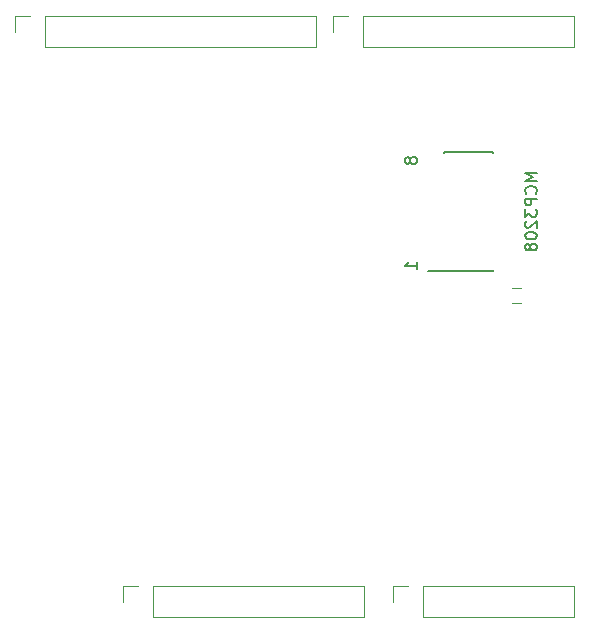
<source format=gbr>
%TF.GenerationSoftware,KiCad,Pcbnew,(5.1.6-0-10_14)*%
%TF.CreationDate,2022-12-08T17:46:00+09:00*%
%TF.ProjectId,MuxReadoutBoard,4d757852-6561-4646-9f75-74426f617264,rev?*%
%TF.SameCoordinates,Original*%
%TF.FileFunction,Legend,Bot*%
%TF.FilePolarity,Positive*%
%FSLAX46Y46*%
G04 Gerber Fmt 4.6, Leading zero omitted, Abs format (unit mm)*
G04 Created by KiCad (PCBNEW (5.1.6-0-10_14)) date 2022-12-08 17:46:00*
%MOMM*%
%LPD*%
G01*
G04 APERTURE LIST*
%ADD10C,0.150000*%
%ADD11C,0.120000*%
G04 APERTURE END LIST*
D10*
X152534952Y-112426761D02*
X152487333Y-112331523D01*
X152439714Y-112283904D01*
X152344476Y-112236285D01*
X152296857Y-112236285D01*
X152201619Y-112283904D01*
X152154000Y-112331523D01*
X152106380Y-112426761D01*
X152106380Y-112617238D01*
X152154000Y-112712476D01*
X152201619Y-112760095D01*
X152296857Y-112807714D01*
X152344476Y-112807714D01*
X152439714Y-112760095D01*
X152487333Y-112712476D01*
X152534952Y-112617238D01*
X152534952Y-112426761D01*
X152582571Y-112331523D01*
X152630190Y-112283904D01*
X152725428Y-112236285D01*
X152915904Y-112236285D01*
X153011142Y-112283904D01*
X153058761Y-112331523D01*
X153106380Y-112426761D01*
X153106380Y-112617238D01*
X153058761Y-112712476D01*
X153011142Y-112760095D01*
X152915904Y-112807714D01*
X152725428Y-112807714D01*
X152630190Y-112760095D01*
X152582571Y-112712476D01*
X152534952Y-112617238D01*
X153106380Y-121697714D02*
X153106380Y-121126285D01*
X153106380Y-121412000D02*
X152106380Y-121412000D01*
X152249238Y-121316761D01*
X152344476Y-121221523D01*
X152392095Y-121126285D01*
D11*
%TO.C,C1*%
X161894000Y-123352000D02*
X161194000Y-123352000D01*
X161194000Y-124552000D02*
X161894000Y-124552000D01*
%TO.C,J5*%
X148650000Y-148530000D02*
X148650000Y-151190000D01*
X130810000Y-148530000D02*
X148650000Y-148530000D01*
X130810000Y-151190000D02*
X148650000Y-151190000D01*
X130810000Y-148530000D02*
X130810000Y-151190000D01*
X129540000Y-148530000D02*
X128210000Y-148530000D01*
X128210000Y-148530000D02*
X128210000Y-149860000D01*
D10*
%TO.C,U1*%
X155405000Y-121915000D02*
X155405000Y-121890000D01*
X159555000Y-121915000D02*
X159555000Y-121810000D01*
X159555000Y-111765000D02*
X159555000Y-111870000D01*
X155405000Y-111765000D02*
X155405000Y-111870000D01*
X155405000Y-121915000D02*
X159555000Y-121915000D01*
X155405000Y-111765000D02*
X159555000Y-111765000D01*
X155405000Y-121890000D02*
X154030000Y-121890000D01*
D11*
%TO.C,J3*%
X119066000Y-100270000D02*
X119066000Y-101600000D01*
X120396000Y-100270000D02*
X119066000Y-100270000D01*
X121666000Y-100270000D02*
X121666000Y-102930000D01*
X121666000Y-102930000D02*
X144586000Y-102930000D01*
X121666000Y-100270000D02*
X144586000Y-100270000D01*
X144586000Y-100270000D02*
X144586000Y-102930000D01*
%TO.C,J4*%
X145990000Y-100270000D02*
X145990000Y-101600000D01*
X147320000Y-100270000D02*
X145990000Y-100270000D01*
X148590000Y-100270000D02*
X148590000Y-102930000D01*
X148590000Y-102930000D02*
X166430000Y-102930000D01*
X148590000Y-100270000D02*
X166430000Y-100270000D01*
X166430000Y-100270000D02*
X166430000Y-102930000D01*
%TO.C,J6*%
X151070000Y-148530000D02*
X151070000Y-149860000D01*
X152400000Y-148530000D02*
X151070000Y-148530000D01*
X153670000Y-148530000D02*
X153670000Y-151190000D01*
X153670000Y-151190000D02*
X166430000Y-151190000D01*
X153670000Y-148530000D02*
X166430000Y-148530000D01*
X166430000Y-148530000D02*
X166430000Y-151190000D01*
%TO.C,U1*%
D10*
X163266380Y-113601904D02*
X162266380Y-113601904D01*
X162980666Y-113935238D01*
X162266380Y-114268571D01*
X163266380Y-114268571D01*
X163171142Y-115316190D02*
X163218761Y-115268571D01*
X163266380Y-115125714D01*
X163266380Y-115030476D01*
X163218761Y-114887619D01*
X163123523Y-114792380D01*
X163028285Y-114744761D01*
X162837809Y-114697142D01*
X162694952Y-114697142D01*
X162504476Y-114744761D01*
X162409238Y-114792380D01*
X162314000Y-114887619D01*
X162266380Y-115030476D01*
X162266380Y-115125714D01*
X162314000Y-115268571D01*
X162361619Y-115316190D01*
X163266380Y-115744761D02*
X162266380Y-115744761D01*
X162266380Y-116125714D01*
X162314000Y-116220952D01*
X162361619Y-116268571D01*
X162456857Y-116316190D01*
X162599714Y-116316190D01*
X162694952Y-116268571D01*
X162742571Y-116220952D01*
X162790190Y-116125714D01*
X162790190Y-115744761D01*
X162266380Y-116649523D02*
X162266380Y-117268571D01*
X162647333Y-116935238D01*
X162647333Y-117078095D01*
X162694952Y-117173333D01*
X162742571Y-117220952D01*
X162837809Y-117268571D01*
X163075904Y-117268571D01*
X163171142Y-117220952D01*
X163218761Y-117173333D01*
X163266380Y-117078095D01*
X163266380Y-116792380D01*
X163218761Y-116697142D01*
X163171142Y-116649523D01*
X162361619Y-117649523D02*
X162314000Y-117697142D01*
X162266380Y-117792380D01*
X162266380Y-118030476D01*
X162314000Y-118125714D01*
X162361619Y-118173333D01*
X162456857Y-118220952D01*
X162552095Y-118220952D01*
X162694952Y-118173333D01*
X163266380Y-117601904D01*
X163266380Y-118220952D01*
X162266380Y-118840000D02*
X162266380Y-118935238D01*
X162314000Y-119030476D01*
X162361619Y-119078095D01*
X162456857Y-119125714D01*
X162647333Y-119173333D01*
X162885428Y-119173333D01*
X163075904Y-119125714D01*
X163171142Y-119078095D01*
X163218761Y-119030476D01*
X163266380Y-118935238D01*
X163266380Y-118840000D01*
X163218761Y-118744761D01*
X163171142Y-118697142D01*
X163075904Y-118649523D01*
X162885428Y-118601904D01*
X162647333Y-118601904D01*
X162456857Y-118649523D01*
X162361619Y-118697142D01*
X162314000Y-118744761D01*
X162266380Y-118840000D01*
X162694952Y-119744761D02*
X162647333Y-119649523D01*
X162599714Y-119601904D01*
X162504476Y-119554285D01*
X162456857Y-119554285D01*
X162361619Y-119601904D01*
X162314000Y-119649523D01*
X162266380Y-119744761D01*
X162266380Y-119935238D01*
X162314000Y-120030476D01*
X162361619Y-120078095D01*
X162456857Y-120125714D01*
X162504476Y-120125714D01*
X162599714Y-120078095D01*
X162647333Y-120030476D01*
X162694952Y-119935238D01*
X162694952Y-119744761D01*
X162742571Y-119649523D01*
X162790190Y-119601904D01*
X162885428Y-119554285D01*
X163075904Y-119554285D01*
X163171142Y-119601904D01*
X163218761Y-119649523D01*
X163266380Y-119744761D01*
X163266380Y-119935238D01*
X163218761Y-120030476D01*
X163171142Y-120078095D01*
X163075904Y-120125714D01*
X162885428Y-120125714D01*
X162790190Y-120078095D01*
X162742571Y-120030476D01*
X162694952Y-119935238D01*
%TD*%
M02*

</source>
